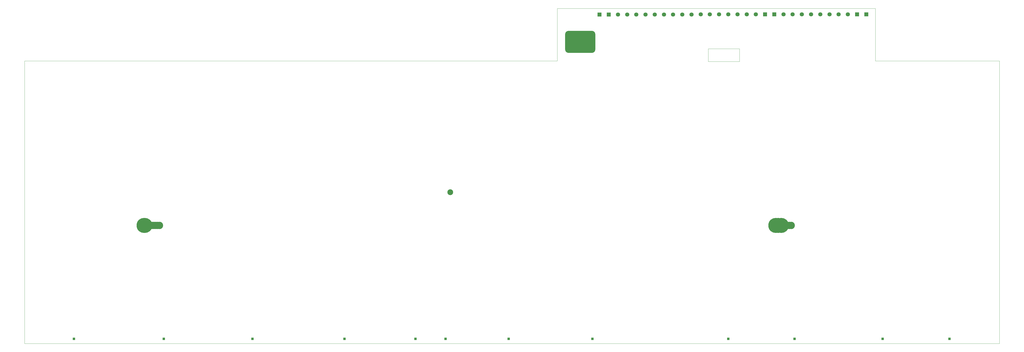
<source format=gbs>
%TF.GenerationSoftware,KiCad,Pcbnew,7.0.7*%
%TF.CreationDate,2023-10-06T16:16:01-07:00*%
%TF.ProjectId,XTay,58546179-2e6b-4696-9361-645f70636258,rev?*%
%TF.SameCoordinates,Original*%
%TF.FileFunction,Soldermask,Bot*%
%TF.FilePolarity,Negative*%
%FSLAX46Y46*%
G04 Gerber Fmt 4.6, Leading zero omitted, Abs format (unit mm)*
G04 Created by KiCad (PCBNEW 7.0.7) date 2023-10-06 16:16:01*
%MOMM*%
%LPD*%
G01*
G04 APERTURE LIST*
G04 Aperture macros list*
%AMRoundRect*
0 Rectangle with rounded corners*
0 $1 Rounding radius*
0 $2 $3 $4 $5 $6 $7 $8 $9 X,Y pos of 4 corners*
0 Add a 4 corners polygon primitive as box body*
4,1,4,$2,$3,$4,$5,$6,$7,$8,$9,$2,$3,0*
0 Add four circle primitives for the rounded corners*
1,1,$1+$1,$2,$3*
1,1,$1+$1,$4,$5*
1,1,$1+$1,$6,$7*
1,1,$1+$1,$8,$9*
0 Add four rect primitives between the rounded corners*
20,1,$1+$1,$2,$3,$4,$5,0*
20,1,$1+$1,$4,$5,$6,$7,0*
20,1,$1+$1,$6,$7,$8,$9,0*
20,1,$1+$1,$8,$9,$2,$3,0*%
G04 Aperture macros list end*
%ADD10C,6.500000*%
%ADD11C,3.160000*%
%ADD12RoundRect,1.500000X-5.000000X-3.250000X5.000000X-3.250000X5.000000X3.250000X-5.000000X3.250000X0*%
%ADD13R,1.800000X1.800000*%
%ADD14C,1.800000*%
%ADD15C,2.500000*%
%ADD16R,1.000000X1.000000*%
%TA.AperFunction,Profile*%
%ADD17C,0.100000*%
%TD*%
G04 APERTURE END LIST*
D10*
%TO.C,H4*%
X67100000Y-173640000D03*
X67354000Y-173640000D03*
D11*
X69782000Y-173640000D03*
X70610000Y-173640000D03*
X71362000Y-173640000D03*
X72190000Y-173640000D03*
X72942000Y-173640000D03*
X73770000Y-173640000D03*
%TD*%
D12*
%TO.C,H1*%
X254910000Y-94590000D03*
%TD*%
D10*
%TO.C,H5*%
X339140000Y-173640000D03*
X340156000Y-173640000D03*
X341426000Y-173640000D03*
D11*
X341822000Y-173640000D03*
X342650000Y-173640000D03*
X343402000Y-173640000D03*
X344230000Y-173640000D03*
X344982000Y-173640000D03*
X345810000Y-173640000D03*
%TD*%
D13*
%TO.C,J1*%
X378090000Y-82725000D03*
X374130000Y-82725000D03*
D14*
X370170000Y-82725000D03*
X366210000Y-82725000D03*
X362250000Y-82725000D03*
X358290000Y-82725000D03*
X354330000Y-82725000D03*
X350370000Y-82725000D03*
X346410000Y-82725000D03*
X342450000Y-82725000D03*
D13*
X338490000Y-82725000D03*
X334530000Y-82725000D03*
D14*
X330570000Y-82725000D03*
X326610000Y-82725000D03*
X322650000Y-82725000D03*
X318690000Y-82725000D03*
X314730000Y-82725000D03*
X310770000Y-82725000D03*
X306810000Y-82725000D03*
X302850000Y-82755000D03*
X298890000Y-82755000D03*
X294930000Y-82755000D03*
X290970000Y-82755000D03*
X287010000Y-82755000D03*
X283050000Y-82755000D03*
X279090000Y-82755000D03*
X275130000Y-82755000D03*
X271170000Y-82755000D03*
D13*
X267210000Y-82755000D03*
X263250000Y-82755000D03*
%TD*%
D15*
%TO.C,H2*%
X198935000Y-159290000D03*
%TD*%
D16*
%TO.C,TP9*%
X36904000Y-222500000D03*
%TD*%
%TO.C,TP18*%
X347256000Y-222500000D03*
%TD*%
%TO.C,TP11*%
X113806000Y-222500000D03*
%TD*%
%TO.C,TP16*%
X260224000Y-222500000D03*
%TD*%
%TO.C,TP19*%
X385156000Y-222500000D03*
%TD*%
%TO.C,TP14*%
X196956000Y-222500000D03*
%TD*%
%TO.C,TP10*%
X75650000Y-222500000D03*
%TD*%
%TO.C,TP12*%
X153420000Y-222500000D03*
%TD*%
%TO.C,TP15*%
X224134000Y-222500000D03*
%TD*%
%TO.C,TP20*%
X413946000Y-222500000D03*
%TD*%
%TO.C,TP17*%
X318696000Y-222500000D03*
%TD*%
%TO.C,TP13*%
X184024000Y-222500000D03*
%TD*%
D17*
X15630000Y-102730000D02*
X15630000Y-224500000D01*
X382000000Y-102730000D02*
X382000000Y-80200000D01*
X15630000Y-102730000D02*
X245000000Y-102730000D01*
X245000000Y-80200000D02*
X382000000Y-80200000D01*
X435460000Y-102730000D02*
X382000000Y-102730000D01*
X245000000Y-102730000D02*
X245000000Y-80200000D01*
X435460000Y-102730000D02*
X435460000Y-224500000D01*
X310010000Y-97500000D02*
X323500000Y-97500000D01*
X323500000Y-103000000D01*
X310010000Y-103000000D01*
X310010000Y-97500000D01*
X15630000Y-224500000D02*
X435460000Y-224500000D01*
M02*

</source>
